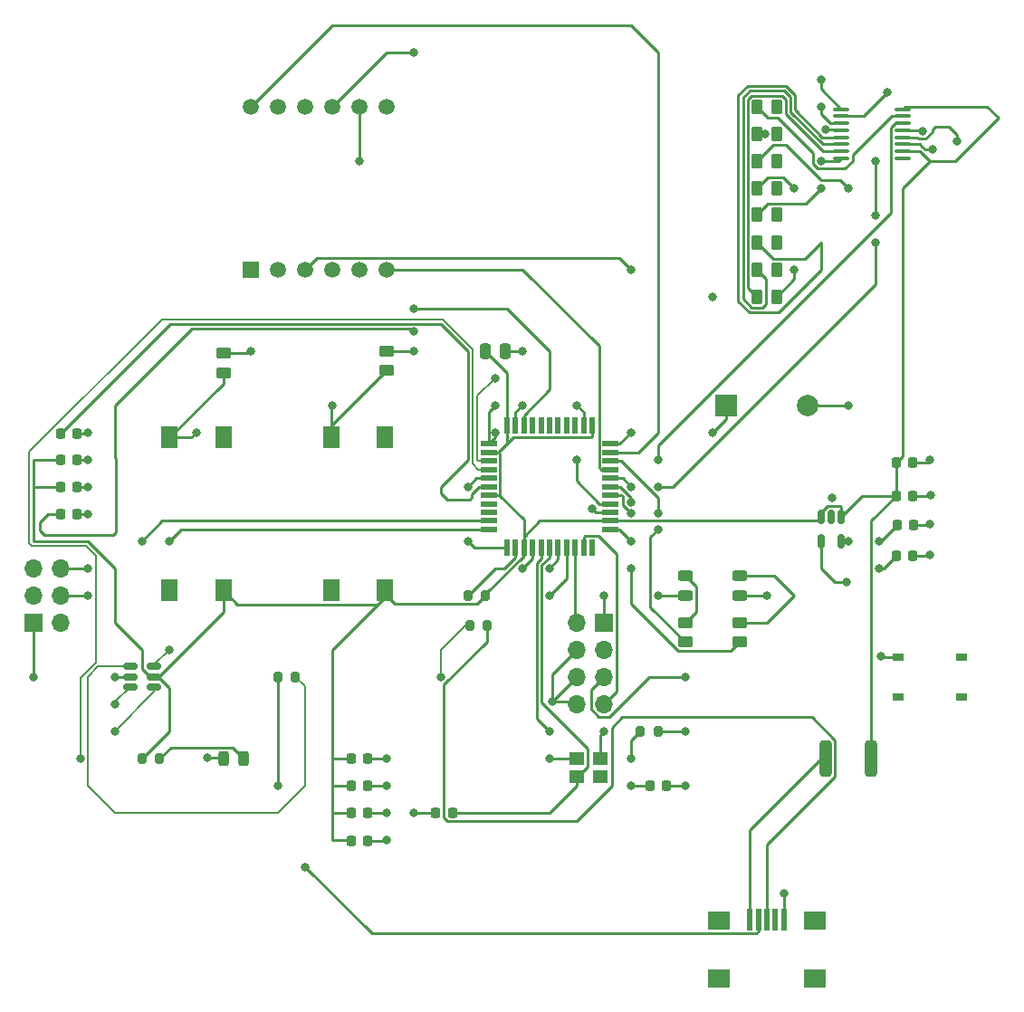
<source format=gbr>
%TF.GenerationSoftware,KiCad,Pcbnew,(7.0.0-0)*%
%TF.CreationDate,2023-05-29T15:25:59-06:00*%
%TF.ProjectId,Phase_B_ATMEGA_v3,50686173-655f-4425-9f41-544d4547415f,rev?*%
%TF.SameCoordinates,Original*%
%TF.FileFunction,Copper,L1,Top*%
%TF.FilePolarity,Positive*%
%FSLAX46Y46*%
G04 Gerber Fmt 4.6, Leading zero omitted, Abs format (unit mm)*
G04 Created by KiCad (PCBNEW (7.0.0-0)) date 2023-05-29 15:25:59*
%MOMM*%
%LPD*%
G01*
G04 APERTURE LIST*
G04 Aperture macros list*
%AMRoundRect*
0 Rectangle with rounded corners*
0 $1 Rounding radius*
0 $2 $3 $4 $5 $6 $7 $8 $9 X,Y pos of 4 corners*
0 Add a 4 corners polygon primitive as box body*
4,1,4,$2,$3,$4,$5,$6,$7,$8,$9,$2,$3,0*
0 Add four circle primitives for the rounded corners*
1,1,$1+$1,$2,$3*
1,1,$1+$1,$4,$5*
1,1,$1+$1,$6,$7*
1,1,$1+$1,$8,$9*
0 Add four rect primitives between the rounded corners*
20,1,$1+$1,$2,$3,$4,$5,0*
20,1,$1+$1,$4,$5,$6,$7,0*
20,1,$1+$1,$6,$7,$8,$9,0*
20,1,$1+$1,$8,$9,$2,$3,0*%
G04 Aperture macros list end*
%TA.AperFunction,SMDPad,CuDef*%
%ADD10RoundRect,0.250000X0.450000X-0.262500X0.450000X0.262500X-0.450000X0.262500X-0.450000X-0.262500X0*%
%TD*%
%TA.AperFunction,SMDPad,CuDef*%
%ADD11RoundRect,0.243750X-0.243750X-0.456250X0.243750X-0.456250X0.243750X0.456250X-0.243750X0.456250X0*%
%TD*%
%TA.AperFunction,SMDPad,CuDef*%
%ADD12RoundRect,0.225000X-0.225000X-0.250000X0.225000X-0.250000X0.225000X0.250000X-0.225000X0.250000X0*%
%TD*%
%TA.AperFunction,SMDPad,CuDef*%
%ADD13RoundRect,0.200000X0.200000X0.275000X-0.200000X0.275000X-0.200000X-0.275000X0.200000X-0.275000X0*%
%TD*%
%TA.AperFunction,SMDPad,CuDef*%
%ADD14RoundRect,0.250000X-0.312500X-1.450000X0.312500X-1.450000X0.312500X1.450000X-0.312500X1.450000X0*%
%TD*%
%TA.AperFunction,SMDPad,CuDef*%
%ADD15RoundRect,0.250000X-0.262500X-0.450000X0.262500X-0.450000X0.262500X0.450000X-0.262500X0.450000X0*%
%TD*%
%TA.AperFunction,SMDPad,CuDef*%
%ADD16RoundRect,0.200000X-0.200000X-0.275000X0.200000X-0.275000X0.200000X0.275000X-0.200000X0.275000X0*%
%TD*%
%TA.AperFunction,SMDPad,CuDef*%
%ADD17RoundRect,0.243750X0.456250X-0.243750X0.456250X0.243750X-0.456250X0.243750X-0.456250X-0.243750X0*%
%TD*%
%TA.AperFunction,SMDPad,CuDef*%
%ADD18R,1.400000X1.200000*%
%TD*%
%TA.AperFunction,SMDPad,CuDef*%
%ADD19R,1.500000X2.000000*%
%TD*%
%TA.AperFunction,SMDPad,CuDef*%
%ADD20R,0.500000X2.000000*%
%TD*%
%TA.AperFunction,SMDPad,CuDef*%
%ADD21R,2.000000X1.700000*%
%TD*%
%TA.AperFunction,ComponentPad*%
%ADD22R,2.000000X2.000000*%
%TD*%
%TA.AperFunction,ComponentPad*%
%ADD23C,2.000000*%
%TD*%
%TA.AperFunction,ComponentPad*%
%ADD24R,1.700000X1.700000*%
%TD*%
%TA.AperFunction,ComponentPad*%
%ADD25O,1.700000X1.700000*%
%TD*%
%TA.AperFunction,SMDPad,CuDef*%
%ADD26RoundRect,0.250000X-0.250000X-0.475000X0.250000X-0.475000X0.250000X0.475000X-0.250000X0.475000X0*%
%TD*%
%TA.AperFunction,SMDPad,CuDef*%
%ADD27RoundRect,0.150000X-0.150000X0.512500X-0.150000X-0.512500X0.150000X-0.512500X0.150000X0.512500X0*%
%TD*%
%TA.AperFunction,SMDPad,CuDef*%
%ADD28R,1.500000X0.550000*%
%TD*%
%TA.AperFunction,SMDPad,CuDef*%
%ADD29R,0.550000X1.500000*%
%TD*%
%TA.AperFunction,ComponentPad*%
%ADD30R,1.500000X1.500000*%
%TD*%
%TA.AperFunction,ComponentPad*%
%ADD31C,1.500000*%
%TD*%
%TA.AperFunction,SMDPad,CuDef*%
%ADD32R,1.000000X0.700000*%
%TD*%
%TA.AperFunction,SMDPad,CuDef*%
%ADD33RoundRect,0.100000X-0.637500X-0.100000X0.637500X-0.100000X0.637500X0.100000X-0.637500X0.100000X0*%
%TD*%
%TA.AperFunction,SMDPad,CuDef*%
%ADD34RoundRect,0.150000X-0.512500X-0.150000X0.512500X-0.150000X0.512500X0.150000X-0.512500X0.150000X0*%
%TD*%
%TA.AperFunction,ViaPad*%
%ADD35C,0.800000*%
%TD*%
%TA.AperFunction,Conductor*%
%ADD36C,0.250000*%
%TD*%
%TA.AperFunction,Conductor*%
%ADD37C,0.200000*%
%TD*%
G04 APERTURE END LIST*
D10*
%TO.P,R3,1*%
%TO.N,RED_LED*%
X78740000Y-72945000D03*
%TO.P,R3,2*%
%TO.N,Net-(D1-A)*%
X78740000Y-71120000D03*
%TD*%
D11*
%TO.P,D3,1,K*%
%TO.N,GND*%
X35560000Y-83820000D03*
%TO.P,D3,2,A*%
%TO.N,Net-(D3-A)*%
X37435000Y-83820000D03*
%TD*%
D12*
%TO.P,C4,1*%
%TO.N,+5V*%
X47485000Y-83820000D03*
%TO.P,C4,2*%
%TO.N,GND*%
X49035000Y-83820000D03*
%TD*%
D13*
%TO.P,R14,1*%
%TO.N,Net-(J2-D+)*%
X60209305Y-71365909D03*
%TO.P,R14,2*%
%TO.N,USB_CONN_D+*%
X58559305Y-71365909D03*
%TD*%
D14*
%TO.P,F1,1*%
%TO.N,Net-(J2-VBUS)*%
X91842500Y-83820000D03*
%TO.P,F1,2*%
%TO.N,+5V*%
X96117500Y-83820000D03*
%TD*%
D12*
%TO.P,C7,1*%
%TO.N,+5V*%
X47485000Y-91560000D03*
%TO.P,C7,2*%
%TO.N,GND*%
X49035000Y-91560000D03*
%TD*%
D15*
%TO.P,R10,1*%
%TO.N,f*%
X85427391Y-35561215D03*
%TO.P,R10,2*%
%TO.N,Net-(U1-f)*%
X87252391Y-35561215D03*
%TD*%
D10*
%TO.P,R2,1*%
%TO.N,Button_2*%
X50800000Y-47545000D03*
%TO.P,R2,2*%
%TO.N,GND*%
X50800000Y-45720000D03*
%TD*%
D12*
%TO.P,C10,1*%
%TO.N,+5V*%
X20320000Y-55940000D03*
%TO.P,C10,2*%
%TO.N,GND*%
X21870000Y-55940000D03*
%TD*%
D16*
%TO.P,R15,1*%
%TO.N,Net-(J2-D-)*%
X40640000Y-76200000D03*
%TO.P,R15,2*%
%TO.N,USB_CONN_D-*%
X42290000Y-76200000D03*
%TD*%
D10*
%TO.P,R4,1*%
%TO.N,GREEN_LED*%
X83820000Y-72945000D03*
%TO.P,R4,2*%
%TO.N,Net-(D2-A)*%
X83820000Y-71120000D03*
%TD*%
D12*
%TO.P,C1,1*%
%TO.N,+5V*%
X98460000Y-56145000D03*
%TO.P,C1,2*%
%TO.N,GND*%
X100010000Y-56145000D03*
%TD*%
%TO.P,C14,1*%
%TO.N,+3.3V*%
X98546503Y-62022295D03*
%TO.P,C14,2*%
%TO.N,GND*%
X100096503Y-62022295D03*
%TD*%
%TO.P,C13,1*%
%TO.N,+5V*%
X98463299Y-59276572D03*
%TO.P,C13,2*%
%TO.N,GND*%
X100013299Y-59276572D03*
%TD*%
D17*
%TO.P,D1,1,K*%
%TO.N,GND*%
X78740000Y-68580000D03*
%TO.P,D1,2,A*%
%TO.N,Net-(D1-A)*%
X78740000Y-66705000D03*
%TD*%
D18*
%TO.P,Y1,1,1*%
%TO.N,XTAL1*%
X68579999Y-85519999D03*
%TO.P,Y1,2,2*%
%TO.N,GND*%
X70779999Y-85519999D03*
%TO.P,Y1,3,3*%
%TO.N,XTAL2*%
X70779999Y-83819999D03*
%TO.P,Y1,4,4*%
%TO.N,GND*%
X68579999Y-83819999D03*
%TD*%
D19*
%TO.P,S2,A1,NO_1*%
%TO.N,unconnected-(S2-NO_1-PadA1)*%
X45619999Y-68109999D03*
%TO.P,S2,B1,NO_2*%
%TO.N,Button_2*%
X45619999Y-53809999D03*
%TO.P,S2,C1,COM_1*%
%TO.N,+5V*%
X50619999Y-68109999D03*
%TO.P,S2,D1,COM_2*%
%TO.N,unconnected-(S2-COM_2-PadD1)*%
X50619999Y-53809999D03*
%TD*%
D12*
%TO.P,C6,1*%
%TO.N,+5V*%
X47485000Y-88900000D03*
%TO.P,C6,2*%
%TO.N,GND*%
X49035000Y-88900000D03*
%TD*%
D16*
%TO.P,R17,1*%
%TO.N,+3.3V*%
X74550000Y-81280000D03*
%TO.P,R17,2*%
%TO.N,Net-(J3-Pin_5)*%
X76200000Y-81280000D03*
%TD*%
D19*
%TO.P,S1,A1,NO_1*%
%TO.N,unconnected-(S1-NO_1-PadA1)*%
X30519999Y-68109999D03*
%TO.P,S1,B1,NO_2*%
%TO.N,Button_1*%
X30519999Y-53809999D03*
%TO.P,S1,C1,COM_1*%
%TO.N,+5V*%
X35519999Y-68109999D03*
%TO.P,S1,D1,COM_2*%
%TO.N,unconnected-(S1-COM_2-PadD1)*%
X35519999Y-53809999D03*
%TD*%
D20*
%TO.P,J2,1,VBUS*%
%TO.N,Net-(J2-VBUS)*%
X84759999Y-98899999D03*
%TO.P,J2,2,D-*%
%TO.N,Net-(J2-D-)*%
X85559999Y-98899999D03*
%TO.P,J2,3,D+*%
%TO.N,Net-(J2-D+)*%
X86359999Y-98899999D03*
%TO.P,J2,4,ID*%
%TO.N,unconnected-(J2-ID-Pad4)*%
X87159999Y-98899999D03*
%TO.P,J2,5,GND*%
%TO.N,GND*%
X87959999Y-98899999D03*
D21*
%TO.P,J2,6,Shield*%
%TO.N,unconnected-(J2-Shield-Pad6)*%
X81909999Y-98999999D03*
X81909999Y-104449999D03*
X90809999Y-98999999D03*
X90809999Y-104449999D03*
%TD*%
D12*
%TO.P,C3,1*%
%TO.N,XTAL2*%
X75425000Y-86360000D03*
%TO.P,C3,2*%
%TO.N,GND*%
X76975000Y-86360000D03*
%TD*%
D15*
%TO.P,R8,1*%
%TO.N,d*%
X85447500Y-30480000D03*
%TO.P,R8,2*%
%TO.N,Net-(U1-d)*%
X87272500Y-30480000D03*
%TD*%
D16*
%TO.P,R16,1*%
%TO.N,+5V*%
X27940000Y-83820000D03*
%TO.P,R16,2*%
%TO.N,Net-(D3-A)*%
X29590000Y-83820000D03*
%TD*%
D22*
%TO.P,LS1,1,1*%
%TO.N,Buzzer*%
X82559999Y-50799999D03*
D23*
%TO.P,LS1,2,2*%
%TO.N,GND*%
X90160000Y-50800000D03*
%TD*%
D15*
%TO.P,R11,1*%
%TO.N,g*%
X85427391Y-38101215D03*
%TO.P,R11,2*%
%TO.N,Net-(U1-g)*%
X87252391Y-38101215D03*
%TD*%
D24*
%TO.P,J3,1,Pin_1*%
%TO.N,GND*%
X71119999Y-71119999D03*
D25*
%TO.P,J3,2,Pin_2*%
%TO.N,TX*%
X68579999Y-71119999D03*
%TO.P,J3,3,Pin_3*%
%TO.N,unconnected-(J3-Pin_3-Pad3)*%
X71119999Y-73659999D03*
%TO.P,J3,4,Pin_4*%
%TO.N,+3.3V*%
X68579999Y-73659999D03*
%TO.P,J3,5,Pin_5*%
%TO.N,Net-(J3-Pin_5)*%
X71119999Y-76199999D03*
%TO.P,J3,6,Pin_6*%
%TO.N,+3.3V*%
X68579999Y-76199999D03*
%TO.P,J3,7,Pin_7*%
%TO.N,RX*%
X71119999Y-78739999D03*
%TO.P,J3,8,Pin_8*%
%TO.N,+3.3V*%
X68579999Y-78739999D03*
%TD*%
D13*
%TO.P,R13,1*%
%TO.N,+5V*%
X60070000Y-68580000D03*
%TO.P,R13,2*%
%TO.N,RST*%
X58420000Y-68580000D03*
%TD*%
D26*
%TO.P,C8,1*%
%TO.N,+5V*%
X60010000Y-45720000D03*
%TO.P,C8,2*%
%TO.N,GND*%
X61910000Y-45720000D03*
%TD*%
D24*
%TO.P,J1,1,MISO*%
%TO.N,MISO*%
X17779999Y-71119999D03*
D25*
%TO.P,J1,2,VCC*%
%TO.N,+5V*%
X20319999Y-71119999D03*
%TO.P,J1,3,SCK*%
%TO.N,SCK*%
X17779999Y-68579999D03*
%TO.P,J1,4,MOSI*%
%TO.N,MOSI*%
X20319999Y-68579999D03*
%TO.P,J1,5,~{RST}*%
%TO.N,RST*%
X17779999Y-66039999D03*
%TO.P,J1,6,GND*%
%TO.N,GND*%
X20319999Y-66039999D03*
%TD*%
D12*
%TO.P,C5,1*%
%TO.N,+5V*%
X47485000Y-86360000D03*
%TO.P,C5,2*%
%TO.N,GND*%
X49035000Y-86360000D03*
%TD*%
D15*
%TO.P,R5,1*%
%TO.N,a*%
X85447500Y-22860000D03*
%TO.P,R5,2*%
%TO.N,Net-(U1-a)*%
X87272500Y-22860000D03*
%TD*%
D17*
%TO.P,D2,1,K*%
%TO.N,GND*%
X83820000Y-68580000D03*
%TO.P,D2,2,A*%
%TO.N,Net-(D2-A)*%
X83820000Y-66705000D03*
%TD*%
D27*
%TO.P,U5,1,VIN*%
%TO.N,+5V*%
X93340000Y-61225000D03*
%TO.P,U5,2,GND*%
%TO.N,GND*%
X92390000Y-61225000D03*
%TO.P,U5,3,ON/~{OFF}*%
%TO.N,+5V*%
X91440000Y-61225000D03*
%TO.P,U5,4,BP*%
%TO.N,Net-(U5-BP)*%
X91440000Y-63500000D03*
%TO.P,U5,5,VOUT*%
%TO.N,+3.3V*%
X93340000Y-63500000D03*
%TD*%
D15*
%TO.P,R6,1*%
%TO.N,b*%
X85447500Y-25400000D03*
%TO.P,R6,2*%
%TO.N,Net-(U1-b)*%
X87272500Y-25400000D03*
%TD*%
D28*
%TO.P,U3,1,PE6*%
%TO.N,SH_CP*%
X60339999Y-54419999D03*
%TO.P,U3,2,UVCC*%
%TO.N,+5V*%
X60339999Y-55219999D03*
%TO.P,U3,3,D-*%
%TO.N,USB_D-*%
X60339999Y-56019999D03*
%TO.P,U3,4,D+*%
%TO.N,USB_D+*%
X60339999Y-56819999D03*
%TO.P,U3,5,UGND*%
%TO.N,GND*%
X60339999Y-57619999D03*
%TO.P,U3,6,UCAP*%
%TO.N,/UCAP*%
X60339999Y-58419999D03*
%TO.P,U3,7,VBUS*%
%TO.N,+5V*%
X60339999Y-59219999D03*
%TO.P,U3,8,PB0*%
%TO.N,unconnected-(U3-PB0-Pad8)*%
X60339999Y-60019999D03*
%TO.P,U3,9,PB1*%
%TO.N,SCK*%
X60339999Y-60819999D03*
%TO.P,U3,10,PB2*%
%TO.N,MOSI*%
X60339999Y-61619999D03*
%TO.P,U3,11,PB3*%
%TO.N,MISO*%
X60339999Y-62419999D03*
D29*
%TO.P,U3,12,PB7*%
%TO.N,Dig3*%
X62039999Y-64119999D03*
%TO.P,U3,13,~{RESET}*%
%TO.N,RST*%
X62839999Y-64119999D03*
%TO.P,U3,14,VCC*%
%TO.N,+5V*%
X63639999Y-64119999D03*
%TO.P,U3,15,GND*%
%TO.N,GND*%
X64439999Y-64119999D03*
%TO.P,U3,16,XTAL2*%
%TO.N,XTAL2*%
X65239999Y-64119999D03*
%TO.P,U3,17,XTAL1*%
%TO.N,XTAL1*%
X66039999Y-64119999D03*
%TO.P,U3,18,PD0*%
%TO.N,Button_2*%
X66839999Y-64119999D03*
%TO.P,U3,19,PD1*%
%TO.N,Button_1*%
X67639999Y-64119999D03*
%TO.P,U3,20,PD2*%
%TO.N,TX*%
X68439999Y-64119999D03*
%TO.P,U3,21,PD3*%
%TO.N,RX*%
X69239999Y-64119999D03*
%TO.P,U3,22,PD5*%
%TO.N,unconnected-(U3-PD5-Pad22)*%
X70039999Y-64119999D03*
D28*
%TO.P,U3,23,GND*%
%TO.N,GND*%
X71739999Y-62419999D03*
%TO.P,U3,24,AVCC*%
%TO.N,+5V*%
X71739999Y-61619999D03*
%TO.P,U3,25,PD4*%
%TO.N,GREEN_LED*%
X71739999Y-60819999D03*
%TO.P,U3,26,PD6*%
%TO.N,Dig2*%
X71739999Y-60019999D03*
%TO.P,U3,27,PD7*%
%TO.N,Buzzer*%
X71739999Y-59219999D03*
%TO.P,U3,28,PB4*%
%TO.N,ST_CP*%
X71739999Y-58419999D03*
%TO.P,U3,29,PB5*%
%TO.N,DS*%
X71739999Y-57619999D03*
%TO.P,U3,30,PB6*%
%TO.N,Dig4*%
X71739999Y-56819999D03*
%TO.P,U3,31,PC6*%
%TO.N,RED_LED*%
X71739999Y-56019999D03*
%TO.P,U3,32,PC7*%
%TO.N,Dig1*%
X71739999Y-55219999D03*
%TO.P,U3,33,~{HWB}/PE2*%
%TO.N,GND*%
X71739999Y-54419999D03*
D29*
%TO.P,U3,34,VCC*%
%TO.N,+5V*%
X70039999Y-52719999D03*
%TO.P,U3,35,GND*%
%TO.N,GND*%
X69239999Y-52719999D03*
%TO.P,U3,36,PF7*%
%TO.N,unconnected-(U3-PF7-Pad36)*%
X68439999Y-52719999D03*
%TO.P,U3,37,PF6*%
%TO.N,unconnected-(U3-PF6-Pad37)*%
X67639999Y-52719999D03*
%TO.P,U3,38,PF5*%
%TO.N,unconnected-(U3-PF5-Pad38)*%
X66839999Y-52719999D03*
%TO.P,U3,39,PF4*%
%TO.N,unconnected-(U3-PF4-Pad39)*%
X66039999Y-52719999D03*
%TO.P,U3,40,PF1*%
%TO.N,unconnected-(U3-PF1-Pad40)*%
X65239999Y-52719999D03*
%TO.P,U3,41,PF0*%
%TO.N,unconnected-(U3-PF0-Pad41)*%
X64439999Y-52719999D03*
%TO.P,U3,42,AREF*%
%TO.N,/AREF*%
X63639999Y-52719999D03*
%TO.P,U3,43,GND*%
%TO.N,GND*%
X62839999Y-52719999D03*
%TO.P,U3,44,AVCC*%
%TO.N,+5V*%
X62039999Y-52719999D03*
%TD*%
D30*
%TO.P,U1,1,e*%
%TO.N,Net-(U1-e)*%
X38099999Y-38099999D03*
D31*
%TO.P,U1,2,d*%
%TO.N,Net-(U1-d)*%
X40640000Y-38100000D03*
%TO.P,U1,3,DPX*%
%TO.N,Net-(U1-DPX)*%
X43180000Y-38100000D03*
%TO.P,U1,4,c*%
%TO.N,Net-(U1-c)*%
X45720000Y-38100000D03*
%TO.P,U1,5,g*%
%TO.N,Net-(U1-g)*%
X48260000Y-38100000D03*
%TO.P,U1,6,CA4*%
%TO.N,Dig4*%
X50800000Y-38100000D03*
%TO.P,U1,7,b*%
%TO.N,Net-(U1-b)*%
X50800000Y-22860000D03*
%TO.P,U1,8,CA3*%
%TO.N,Dig3*%
X48260000Y-22860000D03*
%TO.P,U1,9,CA2*%
%TO.N,Dig2*%
X45720000Y-22860000D03*
%TO.P,U1,10,f*%
%TO.N,Net-(U1-f)*%
X43180000Y-22860000D03*
%TO.P,U1,11,a*%
%TO.N,Net-(U1-a)*%
X40640000Y-22860000D03*
%TO.P,U1,12,CA1*%
%TO.N,Dig1*%
X38100000Y-22860000D03*
%TD*%
D32*
%TO.P,S3,1*%
%TO.N,GND*%
X98599999Y-74349999D03*
%TO.P,S3,2*%
%TO.N,N/C*%
X104599999Y-74349999D03*
%TO.P,S3,3*%
%TO.N,RST*%
X98599999Y-78049999D03*
%TO.P,S3,4*%
%TO.N,N/C*%
X104599999Y-78049999D03*
%TD*%
D12*
%TO.P,C15,1*%
%TO.N,Net-(U5-BP)*%
X98463299Y-64851221D03*
%TO.P,C15,2*%
%TO.N,GND*%
X100013299Y-64851221D03*
%TD*%
D10*
%TO.P,R1,1*%
%TO.N,Button_1*%
X35560000Y-47767500D03*
%TO.P,R1,2*%
%TO.N,GND*%
X35560000Y-45942500D03*
%TD*%
D12*
%TO.P,C9,1*%
%TO.N,/UCAP*%
X20320000Y-53430000D03*
%TO.P,C9,2*%
%TO.N,GND*%
X21870000Y-53430000D03*
%TD*%
%TO.P,C11,1*%
%TO.N,+5V*%
X20320000Y-58450000D03*
%TO.P,C11,2*%
%TO.N,GND*%
X21870000Y-58450000D03*
%TD*%
D33*
%TO.P,U2,1,QB*%
%TO.N,b*%
X93335000Y-23125000D03*
%TO.P,U2,2,QC*%
%TO.N,c*%
X93335000Y-23775000D03*
%TO.P,U2,3,QD*%
%TO.N,d*%
X93335000Y-24425000D03*
%TO.P,U2,4,QE*%
%TO.N,e*%
X93335000Y-25075000D03*
%TO.P,U2,5,QF*%
%TO.N,f*%
X93335000Y-25725000D03*
%TO.P,U2,6,QG*%
%TO.N,g*%
X93335000Y-26375000D03*
%TO.P,U2,7,QH*%
%TO.N,dp*%
X93335000Y-27025000D03*
%TO.P,U2,8,GND*%
%TO.N,GND*%
X93335000Y-27675000D03*
%TO.P,U2,9,QH'*%
%TO.N,unconnected-(U2-QH'-Pad9)*%
X99060000Y-27675000D03*
%TO.P,U2,10,~{SRCLR}*%
%TO.N,+5V*%
X99060000Y-27025000D03*
%TO.P,U2,11,SRCLK*%
%TO.N,SH_CP*%
X99060000Y-26375000D03*
%TO.P,U2,12,RCLK*%
%TO.N,ST_CP*%
X99060000Y-25725000D03*
%TO.P,U2,13,~{OE}*%
%TO.N,GND*%
X99060000Y-25075000D03*
%TO.P,U2,14,SER*%
%TO.N,DS*%
X99060000Y-24425000D03*
%TO.P,U2,15,QA*%
%TO.N,a*%
X99060000Y-23775000D03*
%TO.P,U2,16,VCC*%
%TO.N,+5V*%
X99060000Y-23125000D03*
%TD*%
D15*
%TO.P,R9,1*%
%TO.N,e*%
X85457882Y-32978447D03*
%TO.P,R9,2*%
%TO.N,Net-(U1-e)*%
X87282882Y-32978447D03*
%TD*%
D34*
%TO.P,U4,1,I/O1*%
%TO.N,USB_CONN_D-*%
X26802500Y-75250000D03*
%TO.P,U4,2,GND*%
%TO.N,GND*%
X26802500Y-76200000D03*
%TO.P,U4,3,I/O2*%
%TO.N,USB_CONN_D+*%
X26802500Y-77150000D03*
%TO.P,U4,4,I/O2*%
%TO.N,USB_D+*%
X29077500Y-77150000D03*
%TO.P,U4,5,VBUS*%
%TO.N,+5V*%
X29077500Y-76200000D03*
%TO.P,U4,6,I/O1*%
%TO.N,USB_D-*%
X29077500Y-75250000D03*
%TD*%
D15*
%TO.P,R7,1*%
%TO.N,c*%
X85447500Y-27940000D03*
%TO.P,R7,2*%
%TO.N,Net-(U1-c)*%
X87272500Y-27940000D03*
%TD*%
D12*
%TO.P,C12,1*%
%TO.N,/AREF*%
X20320000Y-60960000D03*
%TO.P,C12,2*%
%TO.N,GND*%
X21870000Y-60960000D03*
%TD*%
D15*
%TO.P,R12,1*%
%TO.N,dp*%
X85427391Y-40641215D03*
%TO.P,R12,2*%
%TO.N,Net-(U1-DPX)*%
X87252391Y-40641215D03*
%TD*%
D12*
%TO.P,C2,1*%
%TO.N,GND*%
X55400000Y-88900000D03*
%TO.P,C2,2*%
%TO.N,XTAL1*%
X56950000Y-88900000D03*
%TD*%
D35*
%TO.N,GND*%
X63500000Y-66040000D03*
X101601747Y-64820297D03*
X73660000Y-53340000D03*
X66040000Y-83820000D03*
X53340000Y-45720000D03*
X76200000Y-68580000D03*
X71120000Y-68580000D03*
X22860000Y-55880000D03*
X38100000Y-45720000D03*
X100881916Y-25144730D03*
X91440000Y-27940000D03*
X53340000Y-88900000D03*
X25400000Y-76200000D03*
X78740000Y-86360000D03*
X63500000Y-50800000D03*
X96998413Y-74285669D03*
X101718936Y-59233372D03*
X50800000Y-91440000D03*
X73660000Y-63500000D03*
X101600000Y-55880000D03*
X101619712Y-61912417D03*
X87936420Y-96489278D03*
X58420000Y-58420000D03*
X50800000Y-88900000D03*
X68580000Y-50800000D03*
X63500000Y-45720000D03*
X93980000Y-50800000D03*
X34030074Y-83799650D03*
X22860000Y-66040000D03*
X92439764Y-59441806D03*
X50800000Y-83820000D03*
X86360000Y-68580000D03*
X22860000Y-58420000D03*
X50800000Y-86360000D03*
X22860000Y-60960000D03*
X22860000Y-53340000D03*
%TO.N,XTAL2*%
X73660000Y-86360000D03*
X71120000Y-81280000D03*
X66040000Y-81280000D03*
%TO.N,/AREF*%
X53340000Y-41734589D03*
X53340000Y-43904500D03*
%TO.N,+3.3V*%
X93980000Y-63500000D03*
X66257299Y-78522701D03*
X73660000Y-83820000D03*
X96842000Y-63500000D03*
%TO.N,Net-(U5-BP)*%
X96842000Y-66040000D03*
X93787401Y-67340100D03*
%TO.N,MISO*%
X30480000Y-63500000D03*
X17780000Y-76200000D03*
%TO.N,MOSI*%
X27940000Y-63500000D03*
X22860000Y-68580000D03*
%TO.N,Net-(J2-D-)*%
X40640000Y-86360000D03*
X43180000Y-93980000D03*
%TO.N,Net-(J3-Pin_5)*%
X78740000Y-81280000D03*
X78740000Y-76200000D03*
%TO.N,Buzzer*%
X73660000Y-60895500D03*
X81280000Y-53340000D03*
%TO.N,Button_1*%
X33020000Y-53340000D03*
X66040000Y-68580000D03*
%TO.N,Button_2*%
X66040000Y-66040000D03*
X45720000Y-50800000D03*
%TO.N,RED_LED*%
X76200000Y-60895500D03*
X76162865Y-62445373D03*
%TO.N,GREEN_LED*%
X73660000Y-66040000D03*
X70008280Y-60506253D03*
%TO.N,b*%
X91440000Y-20320000D03*
X86160500Y-25400000D03*
%TO.N,c*%
X97655932Y-21521407D03*
X93980000Y-30480000D03*
%TO.N,d*%
X91440000Y-22860000D03*
X88900000Y-30480000D03*
%TO.N,e*%
X91849611Y-24990393D03*
X91440000Y-30480000D03*
%TO.N,Net-(U1-DPX)*%
X73660000Y-38100000D03*
X81280000Y-40640000D03*
X88900000Y-38100000D03*
%TO.N,USB_CONN_D+*%
X25400000Y-78740000D03*
X55880000Y-76200000D03*
%TO.N,Dig3*%
X48260000Y-27940000D03*
X58420000Y-63500000D03*
%TO.N,Dig2*%
X68580000Y-55880000D03*
X53340000Y-17780000D03*
%TO.N,SH_CP*%
X101890569Y-26868732D03*
X60960000Y-50800000D03*
X60960000Y-53340000D03*
%TO.N,ST_CP*%
X104140000Y-26144232D03*
X96520000Y-35560000D03*
X96520000Y-27940000D03*
X76200000Y-58420000D03*
X96520000Y-33020000D03*
X73659999Y-59860807D03*
%TO.N,DS*%
X76200000Y-55880000D03*
X73660000Y-58420000D03*
%TO.N,USB_D-*%
X30480000Y-73660000D03*
X60960000Y-48260000D03*
%TO.N,USB_D+*%
X22160500Y-83820000D03*
X25400000Y-81280000D03*
%TD*%
D36*
%TO.N,+5V*%
X98460000Y-59273273D02*
X98460000Y-56145000D01*
X27940000Y-75446751D02*
X27940000Y-73660000D01*
X98463299Y-59276572D02*
X98460000Y-59273273D01*
X51600000Y-69380000D02*
X50800000Y-68580000D01*
X63640000Y-64120000D02*
X63640000Y-63120000D01*
X99060000Y-55545000D02*
X99060000Y-30480000D01*
X92043249Y-60237500D02*
X93257500Y-60237500D01*
X45720000Y-83820000D02*
X45720000Y-86360000D01*
X61340000Y-59220000D02*
X63640000Y-61520000D01*
X17780000Y-58420000D02*
X17780000Y-55880000D01*
X62040000Y-47750000D02*
X60010000Y-45720000D01*
X101600000Y-22860000D02*
X99325000Y-22860000D01*
X101606916Y-22866916D02*
X101613832Y-22860000D01*
X100685000Y-27025000D02*
X101600000Y-27940000D01*
X17780000Y-63500000D02*
X17780000Y-58420000D01*
X99325000Y-22860000D02*
X99060000Y-23125000D01*
X71740000Y-61620000D02*
X70740000Y-61620000D01*
X35520000Y-70141751D02*
X29461751Y-76200000D01*
X106975157Y-22860000D02*
X108031745Y-23916588D01*
X91045000Y-61620000D02*
X91440000Y-61225000D01*
X91440000Y-61225000D02*
X91440000Y-60840749D01*
X45720000Y-73660000D02*
X45720000Y-83820000D01*
X60070000Y-68580000D02*
X59270000Y-69380000D01*
X106680000Y-22860000D02*
X106975157Y-22860000D01*
X50800000Y-68580000D02*
X49945000Y-69435000D01*
X47365000Y-91440000D02*
X47485000Y-91560000D01*
X61415000Y-55295000D02*
X61415000Y-59145000D01*
X93340000Y-61225000D02*
X95288428Y-59276572D01*
X22860000Y-63500000D02*
X17780000Y-63500000D01*
X65140000Y-61620000D02*
X71740000Y-61620000D01*
X61415000Y-59145000D02*
X61340000Y-59220000D01*
X93257500Y-60237500D02*
X93340000Y-60320000D01*
X96117500Y-61622371D02*
X96117500Y-83820000D01*
X63640000Y-61520000D02*
X63640000Y-64120000D01*
X60340000Y-59220000D02*
X61340000Y-59220000D01*
X45720000Y-86360000D02*
X47485000Y-86360000D01*
X59270000Y-69380000D02*
X51600000Y-69380000D01*
X63640000Y-64120000D02*
X63640000Y-64874695D01*
X25400000Y-71120000D02*
X25400000Y-66040000D01*
X49945000Y-69435000D02*
X36845000Y-69435000D01*
X45720000Y-83820000D02*
X47485000Y-83820000D01*
X29461751Y-76200000D02*
X30480000Y-77218249D01*
X91440000Y-60840749D02*
X92043249Y-60237500D01*
X71740000Y-61620000D02*
X91045000Y-61620000D01*
X99060000Y-30480000D02*
X101606916Y-27933084D01*
X69965000Y-53795000D02*
X62640000Y-53795000D01*
X29077500Y-76200000D02*
X29461751Y-76200000D01*
X101613832Y-22860000D02*
X106680000Y-22860000D01*
X60070000Y-68444695D02*
X60070000Y-68580000D01*
X63640000Y-63120000D02*
X65140000Y-61620000D01*
X62040000Y-52720000D02*
X62040000Y-54395000D01*
X17780000Y-55880000D02*
X20260000Y-55880000D01*
X61340000Y-55220000D02*
X61415000Y-55295000D01*
X45720000Y-88900000D02*
X47485000Y-88900000D01*
X27940000Y-73660000D02*
X25400000Y-71120000D01*
X50620000Y-68110000D02*
X50620000Y-68760000D01*
X35520000Y-68110000D02*
X35520000Y-70141751D01*
X61215000Y-55220000D02*
X60340000Y-55220000D01*
X98460000Y-56145000D02*
X99060000Y-55545000D01*
X93340000Y-60320000D02*
X93340000Y-61225000D01*
X60340000Y-55220000D02*
X61340000Y-55220000D01*
X62040000Y-54395000D02*
X61215000Y-55220000D01*
X50620000Y-68760000D02*
X45720000Y-73660000D01*
X25400000Y-66040000D02*
X22860000Y-63500000D01*
X104008333Y-27940000D02*
X101600000Y-27940000D01*
X62640000Y-53795000D02*
X62040000Y-54395000D01*
X36845000Y-69435000D02*
X35520000Y-68110000D01*
X29077500Y-76200000D02*
X28693249Y-76200000D01*
X30480000Y-81280000D02*
X27940000Y-83820000D01*
X63640000Y-64874695D02*
X60070000Y-68444695D01*
X62040000Y-52720000D02*
X62040000Y-53720000D01*
X62040000Y-53720000D02*
X62115000Y-53795000D01*
X20290000Y-58420000D02*
X20320000Y-58450000D01*
X62040000Y-52720000D02*
X62040000Y-47750000D01*
X45720000Y-91440000D02*
X47365000Y-91440000D01*
X70040000Y-53720000D02*
X70040000Y-52720000D01*
X108031745Y-23916588D02*
X104008333Y-27940000D01*
X45720000Y-86360000D02*
X45720000Y-88900000D01*
X45720000Y-88900000D02*
X45720000Y-91440000D01*
X20260000Y-55880000D02*
X20320000Y-55940000D01*
X28693249Y-76200000D02*
X27940000Y-75446751D01*
X98463299Y-59276572D02*
X96117500Y-61622371D01*
X101606916Y-22866916D02*
X101600000Y-22860000D01*
X30480000Y-77218249D02*
X30480000Y-81280000D01*
X17780000Y-58420000D02*
X20290000Y-58420000D01*
X95288428Y-59276572D02*
X98463299Y-59276572D01*
X69965000Y-53795000D02*
X70040000Y-53720000D01*
X99060000Y-27025000D02*
X100685000Y-27025000D01*
%TO.N,GND*%
X20320000Y-66040000D02*
X22860000Y-66040000D01*
X83820000Y-68580000D02*
X86360000Y-68580000D01*
X93070000Y-27940000D02*
X93335000Y-27675000D01*
X71120000Y-71120000D02*
X71120000Y-68580000D01*
X62840000Y-52720000D02*
X62840000Y-51460000D01*
X21870000Y-60960000D02*
X22860000Y-60960000D01*
X76975000Y-86360000D02*
X78740000Y-86360000D01*
X76200000Y-68580000D02*
X78740000Y-68580000D01*
X22800000Y-55940000D02*
X22860000Y-55880000D01*
X101675736Y-59276572D02*
X101718936Y-59233372D01*
X97062744Y-74350000D02*
X96998413Y-74285669D01*
X49035000Y-88900000D02*
X50800000Y-88900000D01*
X90160000Y-50800000D02*
X93980000Y-50800000D01*
X60340000Y-57620000D02*
X59220000Y-57620000D01*
X22830000Y-58450000D02*
X22860000Y-58420000D01*
X101570823Y-64851221D02*
X101601747Y-64820297D01*
X53340000Y-88900000D02*
X55400000Y-88900000D01*
X69240000Y-52720000D02*
X69240000Y-51460000D01*
X61910000Y-45720000D02*
X63500000Y-45720000D01*
X64440000Y-65100000D02*
X63500000Y-66040000D01*
X99060000Y-25075000D02*
X100812186Y-25075000D01*
X100096503Y-62022295D02*
X101509834Y-62022295D01*
X21870000Y-58450000D02*
X22830000Y-58450000D01*
X49035000Y-91560000D02*
X50680000Y-91560000D01*
X34030074Y-83799650D02*
X35539650Y-83799650D01*
X72580000Y-62420000D02*
X73660000Y-63500000D01*
X62840000Y-51460000D02*
X63500000Y-50800000D01*
X100010000Y-56145000D02*
X101335000Y-56145000D01*
X98600000Y-74350000D02*
X97062744Y-74350000D01*
X25400000Y-76200000D02*
X26802500Y-76200000D01*
X22770000Y-53430000D02*
X22860000Y-53340000D01*
X21870000Y-55940000D02*
X22800000Y-55940000D01*
X35560000Y-45942500D02*
X37877500Y-45942500D01*
X69240000Y-51460000D02*
X68580000Y-50800000D01*
X87960000Y-96512858D02*
X87936420Y-96489278D01*
X35539650Y-83799650D02*
X35560000Y-83820000D01*
X87960000Y-98900000D02*
X87960000Y-96512858D01*
X100812186Y-25075000D02*
X100881916Y-25144730D01*
X71740000Y-54420000D02*
X72580000Y-54420000D01*
X71740000Y-62420000D02*
X72580000Y-62420000D01*
X100013299Y-59276572D02*
X101675736Y-59276572D01*
X49035000Y-86360000D02*
X50800000Y-86360000D01*
X50680000Y-91560000D02*
X50800000Y-91440000D01*
X37877500Y-45942500D02*
X38100000Y-45720000D01*
X50800000Y-45720000D02*
X53340000Y-45720000D01*
X59220000Y-57620000D02*
X58420000Y-58420000D01*
X66040000Y-83820000D02*
X68580000Y-83820000D01*
X21870000Y-53430000D02*
X22770000Y-53430000D01*
X91440000Y-27940000D02*
X93070000Y-27940000D01*
X64440000Y-64120000D02*
X64440000Y-65100000D01*
X101335000Y-56145000D02*
X101600000Y-55880000D01*
X101509834Y-62022295D02*
X101619712Y-61912417D01*
X72580000Y-54420000D02*
X73660000Y-53340000D01*
X49035000Y-83820000D02*
X50800000Y-83820000D01*
X100013299Y-64851221D02*
X101570823Y-64851221D01*
%TO.N,XTAL1*%
X56950000Y-88900000D02*
X66040000Y-88900000D01*
X66040000Y-88900000D02*
X68580000Y-86360000D01*
X68580000Y-86360000D02*
X68580000Y-85520000D01*
X66040000Y-64120000D02*
X66040000Y-65014695D01*
X65315000Y-78605000D02*
X69605000Y-82895000D01*
X68680000Y-85520000D02*
X68580000Y-85520000D01*
X65315000Y-65739695D02*
X65315000Y-78605000D01*
X69605000Y-82895000D02*
X69605000Y-84595000D01*
X66040000Y-65014695D02*
X65315000Y-65739695D01*
X69605000Y-84595000D02*
X68680000Y-85520000D01*
%TO.N,XTAL2*%
X71120000Y-81280000D02*
X70780000Y-81620000D01*
X64865000Y-80105000D02*
X66040000Y-81280000D01*
X65240000Y-64120000D02*
X65240000Y-65178299D01*
X65240000Y-65178299D02*
X64865000Y-65553299D01*
X70780000Y-81620000D02*
X70780000Y-83820000D01*
X64865000Y-65553299D02*
X64865000Y-80105000D01*
X75425000Y-86360000D02*
X73660000Y-86360000D01*
%TO.N,/UCAP*%
X59465000Y-58420000D02*
X60340000Y-58420000D01*
X56432117Y-59599523D02*
X58565298Y-59599523D01*
X55880000Y-43180000D02*
X58420000Y-45720000D01*
X58420000Y-45720000D02*
X58420000Y-55880000D01*
X55880000Y-59047406D02*
X56432117Y-59599523D01*
X30570000Y-43180000D02*
X55880000Y-43180000D01*
X20320000Y-53430000D02*
X30570000Y-43180000D01*
X58766068Y-59118932D02*
X59465000Y-58420000D01*
X58420000Y-55880000D02*
X55880000Y-58420000D01*
X58565298Y-59599523D02*
X58766068Y-59398753D01*
X55880000Y-58420000D02*
X55880000Y-59047406D01*
X58766068Y-59398753D02*
X58766068Y-59118932D01*
%TO.N,/AREF*%
X18373714Y-62524478D02*
X18774146Y-62924910D01*
X19025075Y-61100190D02*
X18494775Y-61630490D01*
X18373714Y-61751551D02*
X18373714Y-62524478D01*
X19025075Y-61057430D02*
X19025075Y-61100190D01*
X18774146Y-62924910D02*
X20087190Y-62924910D01*
X25400000Y-50800000D02*
X32570000Y-43630000D01*
X19122505Y-60960000D02*
X19025075Y-61057430D01*
X63640000Y-51720000D02*
X63640000Y-52720000D01*
X25497678Y-62654851D02*
X25497678Y-55782322D01*
X25400000Y-55684644D02*
X25400000Y-50800000D01*
X18494775Y-61630490D02*
X18373714Y-61751551D01*
X66040000Y-49320000D02*
X63640000Y-51720000D01*
X20320000Y-60960000D02*
X19122505Y-60960000D01*
X62054589Y-41734589D02*
X66040000Y-45720000D01*
X66040000Y-45720000D02*
X66040000Y-49320000D01*
X53065500Y-43630000D02*
X53340000Y-43904500D01*
X20087190Y-62924910D02*
X25227619Y-62924910D01*
X25227619Y-62924910D02*
X25497678Y-62654851D01*
X25497678Y-55782322D02*
X25400000Y-55684644D01*
X53340000Y-41734589D02*
X62054589Y-41734589D01*
X40640000Y-43630000D02*
X53065500Y-43630000D01*
X32570000Y-43630000D02*
X40640000Y-43630000D01*
%TO.N,+3.3V*%
X93340000Y-63500000D02*
X93980000Y-63500000D01*
X66257299Y-78522701D02*
X68362701Y-78522701D01*
X66257299Y-75982701D02*
X68580000Y-73660000D01*
X96842000Y-63500000D02*
X97068798Y-63500000D01*
X97068798Y-63500000D02*
X98546503Y-62022295D01*
X68362701Y-78522701D02*
X68580000Y-78740000D01*
X73660000Y-82170000D02*
X73660000Y-83820000D01*
X66257299Y-78522701D02*
X68580000Y-76200000D01*
X66257299Y-78522701D02*
X66257299Y-75982701D01*
X74550000Y-81280000D02*
X73660000Y-82170000D01*
%TO.N,Net-(U5-BP)*%
X92740100Y-67340100D02*
X93787401Y-67340100D01*
X96842000Y-66040000D02*
X96567500Y-66040000D01*
X96842000Y-66040000D02*
X97274520Y-66040000D01*
X91440000Y-63500000D02*
X91440000Y-66040000D01*
X97274520Y-66040000D02*
X98463299Y-64851221D01*
X91440000Y-66040000D02*
X92740100Y-67340100D01*
%TO.N,Net-(D1-A)*%
X79765000Y-67730000D02*
X79765000Y-70095000D01*
X79765000Y-70095000D02*
X78740000Y-71120000D01*
X78740000Y-66705000D02*
X79765000Y-67730000D01*
%TO.N,Net-(D2-A)*%
X88900000Y-68580000D02*
X86360000Y-71120000D01*
X83820000Y-66705000D02*
X87025000Y-66705000D01*
X86360000Y-71120000D02*
X83820000Y-71120000D01*
X87025000Y-66705000D02*
X88900000Y-68580000D01*
%TO.N,Net-(D3-A)*%
X30615000Y-82795000D02*
X36410000Y-82795000D01*
X36410000Y-82795000D02*
X37435000Y-83820000D01*
X29590000Y-83820000D02*
X30615000Y-82795000D01*
%TO.N,Net-(J2-VBUS)*%
X84760000Y-90500000D02*
X91440000Y-83820000D01*
X91440000Y-83820000D02*
X91842500Y-83820000D01*
X84760000Y-98900000D02*
X84760000Y-90500000D01*
%TO.N,MISO*%
X60340000Y-62420000D02*
X31560000Y-62420000D01*
X17780000Y-76200000D02*
X17780000Y-71120000D01*
X31560000Y-62420000D02*
X30480000Y-63500000D01*
%TO.N,MOSI*%
X29820000Y-61620000D02*
X27940000Y-63500000D01*
X60340000Y-61620000D02*
X29820000Y-61620000D01*
X20320000Y-68580000D02*
X22860000Y-68580000D01*
%TO.N,RST*%
X61838299Y-66040000D02*
X60960000Y-66040000D01*
X62840000Y-65038299D02*
X61838299Y-66040000D01*
X60960000Y-66040000D02*
X58420000Y-68580000D01*
X62840000Y-64120000D02*
X62840000Y-65038299D01*
%TO.N,Net-(J2-D-)*%
X85560000Y-100000000D02*
X85560000Y-98900000D01*
X49425000Y-100225000D02*
X85335000Y-100225000D01*
X43180000Y-93980000D02*
X49425000Y-100225000D01*
X40640000Y-76200000D02*
X40640000Y-86360000D01*
X85335000Y-100225000D02*
X85560000Y-100000000D01*
%TO.N,Net-(J2-D+)*%
X71845000Y-80979695D02*
X71845000Y-86405000D01*
X86360000Y-91878173D02*
X92730000Y-85508173D01*
X71845000Y-86405000D02*
X68550000Y-89700000D01*
X92730000Y-82131827D02*
X90584975Y-79986802D01*
X56497183Y-89700000D02*
X56175000Y-89377817D01*
X86360000Y-98900000D02*
X86360000Y-91878173D01*
X56175000Y-89377817D02*
X56175000Y-76930305D01*
X56175000Y-76930305D02*
X60209305Y-72896000D01*
X72837893Y-79986802D02*
X71845000Y-80979695D01*
X60209305Y-72896000D02*
X60209305Y-71365909D01*
X68550000Y-89700000D02*
X56497183Y-89700000D01*
X90584975Y-79986802D02*
X72837893Y-79986802D01*
X92730000Y-85508173D02*
X92730000Y-82131827D01*
%TO.N,TX*%
X68440000Y-64120000D02*
X68440000Y-70980000D01*
X68440000Y-70980000D02*
X68580000Y-71120000D01*
%TO.N,Net-(J3-Pin_5)*%
X75321701Y-76200000D02*
X71606701Y-79915000D01*
X69945000Y-77375000D02*
X71120000Y-76200000D01*
X70633299Y-79915000D02*
X69945000Y-79226701D01*
X76200000Y-81280000D02*
X78740000Y-81280000D01*
X69945000Y-79226701D02*
X69945000Y-77375000D01*
X71606701Y-79915000D02*
X70633299Y-79915000D01*
X78740000Y-76200000D02*
X75321701Y-76200000D01*
%TO.N,RX*%
X70640000Y-63045000D02*
X72295000Y-64700000D01*
X69315000Y-63045000D02*
X70640000Y-63045000D01*
X72295000Y-64700000D02*
X72295000Y-77565000D01*
X72295000Y-77565000D02*
X71120000Y-78740000D01*
X69240000Y-63120000D02*
X69315000Y-63045000D01*
X69240000Y-64120000D02*
X69240000Y-63120000D01*
%TO.N,Buzzer*%
X81280000Y-53340000D02*
X82560000Y-52060000D01*
X72934999Y-60170499D02*
X73660000Y-60895500D01*
X71740000Y-59220000D02*
X72778605Y-59220000D01*
X72934999Y-59376394D02*
X72934999Y-60170499D01*
X82560000Y-52060000D02*
X82560000Y-50800000D01*
X72778605Y-59220000D02*
X72934999Y-59376394D01*
%TO.N,Button_1*%
X33020000Y-53340000D02*
X32550000Y-53810000D01*
X35560000Y-48770000D02*
X35560000Y-47767500D01*
X67640000Y-64120000D02*
X67640000Y-66980000D01*
X32550000Y-53810000D02*
X30520000Y-53810000D01*
X30520000Y-53810000D02*
X35560000Y-48770000D01*
X67640000Y-66980000D02*
X66040000Y-68580000D01*
%TO.N,Button_2*%
X66840000Y-64120000D02*
X66840000Y-65240000D01*
X45620000Y-52725000D02*
X50800000Y-47545000D01*
X45620000Y-53810000D02*
X45620000Y-52725000D01*
X45720000Y-50800000D02*
X45620000Y-50900000D01*
X45620000Y-50900000D02*
X45620000Y-53810000D01*
X66840000Y-65240000D02*
X66040000Y-66040000D01*
%TO.N,RED_LED*%
X72740000Y-56020000D02*
X76200000Y-59480000D01*
X75475000Y-63133238D02*
X75475000Y-69680000D01*
X71740000Y-56020000D02*
X72740000Y-56020000D01*
X76162865Y-62445373D02*
X75475000Y-63133238D01*
X75475000Y-69680000D02*
X78740000Y-72945000D01*
X76200000Y-59480000D02*
X76200000Y-60895500D01*
%TO.N,GREEN_LED*%
X83820000Y-72945000D02*
X82982500Y-73782500D01*
X70322027Y-60820000D02*
X70008280Y-60506253D01*
X71740000Y-60820000D02*
X70322027Y-60820000D01*
X82982500Y-73782500D02*
X78051827Y-73782500D01*
X78051827Y-73782500D02*
X73660000Y-69390673D01*
X73660000Y-69390673D02*
X73660000Y-66040000D01*
%TO.N,a*%
X94397500Y-27951041D02*
X93683541Y-28665000D01*
X90715000Y-27215000D02*
X87385000Y-23885000D01*
X98021459Y-23775000D02*
X94397500Y-27398959D01*
X93683541Y-28665000D02*
X91139695Y-28665000D01*
X91139695Y-28665000D02*
X90715000Y-28240305D01*
X87385000Y-23885000D02*
X86472500Y-23885000D01*
X94397500Y-27398959D02*
X94397500Y-27951041D01*
X90715000Y-28240305D02*
X90715000Y-27215000D01*
X99060000Y-23775000D02*
X98021459Y-23775000D01*
X86472500Y-23885000D02*
X85447500Y-22860000D01*
%TO.N,b*%
X93335000Y-23125000D02*
X91440000Y-21230000D01*
X91440000Y-21230000D02*
X91440000Y-20320000D01*
X86160500Y-25400000D02*
X85447500Y-25400000D01*
%TO.N,c*%
X97655932Y-21521407D02*
X95402339Y-23775000D01*
X91440000Y-29755000D02*
X93255000Y-29755000D01*
X93255000Y-29755000D02*
X93980000Y-30480000D01*
X86962500Y-26425000D02*
X88110000Y-26425000D01*
X95402339Y-23775000D02*
X93335000Y-23775000D01*
X85447500Y-27940000D02*
X86962500Y-26425000D01*
X88110000Y-26425000D02*
X91440000Y-29755000D01*
%TO.N,d*%
X93335000Y-24425000D02*
X92309523Y-24425000D01*
X86472500Y-29455000D02*
X87875000Y-29455000D01*
X87875000Y-29455000D02*
X88900000Y-30480000D01*
X92309523Y-24425000D02*
X91440000Y-23555477D01*
X91440000Y-23555477D02*
X91440000Y-22860000D01*
X85447500Y-30480000D02*
X86472500Y-29455000D01*
%TO.N,e*%
X86482882Y-31953447D02*
X89966553Y-31953447D01*
X85457882Y-32978447D02*
X86482882Y-31953447D01*
X91849611Y-24990393D02*
X91655509Y-25184495D01*
X91849611Y-24990393D02*
X93250393Y-24990393D01*
X89966553Y-31953447D02*
X91440000Y-30480000D01*
X93250393Y-24990393D02*
X93335000Y-25075000D01*
%TO.N,f*%
X87423785Y-42116215D02*
X91440000Y-38100000D01*
X84740322Y-42116215D02*
X87423785Y-42116215D01*
X89923785Y-37076215D02*
X87753064Y-37076215D01*
X89010000Y-23175381D02*
X89010000Y-21799035D01*
X91440000Y-38100000D02*
X91440000Y-35560000D01*
X89010000Y-21799035D02*
X88145965Y-20935000D01*
X83689891Y-21819144D02*
X83689891Y-41065784D01*
X88145965Y-20935000D02*
X84574035Y-20935000D01*
X87753064Y-37076215D02*
X86942391Y-37076215D01*
X93335000Y-25725000D02*
X91559619Y-25725000D01*
X91559619Y-25725000D02*
X89010000Y-23175381D01*
X83689891Y-41065784D02*
X84740322Y-42116215D01*
X84574035Y-20935000D02*
X83689891Y-21819144D01*
X91440000Y-35560000D02*
X89923785Y-37076215D01*
X86942391Y-37076215D02*
X85427391Y-35561215D01*
%TO.N,g*%
X84760431Y-21385000D02*
X84139891Y-22005540D01*
X84139891Y-22005540D02*
X84139891Y-40879388D01*
X84139891Y-40879388D02*
X84926718Y-41666215D01*
X91573223Y-26375000D02*
X88560000Y-23361777D01*
X88560000Y-21985431D02*
X87959569Y-21385000D01*
X84926718Y-41666215D02*
X85928064Y-41666215D01*
X87959569Y-21385000D02*
X84760431Y-21385000D01*
X85928064Y-41666215D02*
X86264891Y-41329388D01*
X93335000Y-26375000D02*
X91573223Y-26375000D01*
X86264891Y-41329388D02*
X86264891Y-38938715D01*
X88560000Y-23361777D02*
X88560000Y-21985431D01*
X86264891Y-38938715D02*
X85427391Y-38101215D01*
%TO.N,dp*%
X88110000Y-22171827D02*
X87773173Y-21835000D01*
X91586827Y-27025000D02*
X88110000Y-23548173D01*
X93335000Y-27025000D02*
X91586827Y-27025000D01*
X84589891Y-39803715D02*
X85427391Y-40641215D01*
X84589891Y-22191936D02*
X84589891Y-39803715D01*
X88110000Y-23548173D02*
X88110000Y-22171827D01*
X84946827Y-21835000D02*
X84589891Y-22191936D01*
X87773173Y-21835000D02*
X84946827Y-21835000D01*
%TO.N,Net-(U1-DPX)*%
X44255000Y-37025000D02*
X72585000Y-37025000D01*
X72585000Y-37025000D02*
X73660000Y-38100000D01*
X88900000Y-38993606D02*
X88900000Y-38100000D01*
X43180000Y-38100000D02*
X44255000Y-37025000D01*
X87252391Y-40641215D02*
X88900000Y-38993606D01*
D37*
%TO.N,USB_CONN_D+*%
X55880000Y-76200000D02*
X55880000Y-73660000D01*
X26802500Y-77150000D02*
X25400000Y-78552500D01*
X58559305Y-71259305D02*
X58559305Y-71365909D01*
X25400000Y-78552500D02*
X25400000Y-78740000D01*
X55880000Y-73660000D02*
X58420000Y-71120000D01*
X58420000Y-71120000D02*
X58559305Y-71259305D01*
%TO.N,USB_CONN_D-*%
X25400000Y-88900000D02*
X40640000Y-88900000D01*
X22860000Y-86360000D02*
X25400000Y-88900000D01*
X43180000Y-86360000D02*
X43180000Y-77090000D01*
X40640000Y-88900000D02*
X43180000Y-86360000D01*
X26802500Y-75250000D02*
X23810000Y-75250000D01*
X23810000Y-75250000D02*
X22860000Y-76200000D01*
X43180000Y-77090000D02*
X42290000Y-76200000D01*
X22860000Y-76200000D02*
X22860000Y-86360000D01*
D36*
%TO.N,Dig4*%
X71740000Y-56820000D02*
X70865000Y-56820000D01*
X70865000Y-56820000D02*
X70665000Y-56620000D01*
X63500000Y-38100000D02*
X50800000Y-38100000D01*
X70665000Y-45265000D02*
X63500000Y-38100000D01*
X70665000Y-56620000D02*
X70665000Y-45265000D01*
%TO.N,Dig3*%
X59040000Y-64120000D02*
X58420000Y-63500000D01*
X48260000Y-27940000D02*
X48260000Y-22860000D01*
X62040000Y-64120000D02*
X59040000Y-64120000D01*
%TO.N,Dig2*%
X71740000Y-60020000D02*
X70740000Y-60020000D01*
X70740000Y-60020000D02*
X68580000Y-57860000D01*
X53340000Y-17780000D02*
X50800000Y-17780000D01*
X68580000Y-57860000D02*
X68580000Y-55880000D01*
X50800000Y-17780000D02*
X45720000Y-22860000D01*
%TO.N,Dig1*%
X74320000Y-55220000D02*
X76200000Y-53340000D01*
X73660000Y-15240000D02*
X45720000Y-15240000D01*
X76200000Y-53340000D02*
X76200000Y-17780000D01*
X76200000Y-17780000D02*
X73660000Y-15240000D01*
X45720000Y-15240000D02*
X38100000Y-22860000D01*
X71740000Y-55220000D02*
X74320000Y-55220000D01*
%TO.N,SH_CP*%
X101165128Y-26868732D02*
X101890569Y-26868732D01*
X100871396Y-26575000D02*
X101165128Y-26868732D01*
X60960000Y-53340000D02*
X60960000Y-53800000D01*
X100671396Y-26375000D02*
X100871396Y-26575000D01*
X60960000Y-53800000D02*
X60340000Y-54420000D01*
X60340000Y-54420000D02*
X60340000Y-51420000D01*
X60340000Y-51420000D02*
X60960000Y-50800000D01*
X99060000Y-26375000D02*
X100671396Y-26375000D01*
%TO.N,ST_CP*%
X103377288Y-24725341D02*
X104140000Y-25488053D01*
X100436881Y-25725000D02*
X100581611Y-25869730D01*
X101823375Y-25228576D02*
X101823375Y-25026411D01*
X96520000Y-39490000D02*
X96520000Y-35560000D01*
X96520000Y-33020000D02*
X96520000Y-27940000D01*
X101182221Y-25869730D02*
X101823375Y-25228576D01*
X100581611Y-25869730D02*
X101182221Y-25869730D01*
X72615000Y-58420000D02*
X73659999Y-59464999D01*
X101823375Y-25026411D02*
X102124445Y-24725341D01*
X71740000Y-58420000D02*
X72615000Y-58420000D01*
X77590000Y-58420000D02*
X96520000Y-39490000D01*
X104140000Y-25488053D02*
X104140000Y-26144232D01*
X76200000Y-58420000D02*
X77590000Y-58420000D01*
X102124445Y-24725341D02*
X103377288Y-24725341D01*
X73659999Y-59464999D02*
X73659999Y-59860807D01*
X100436881Y-25725000D02*
X99060000Y-25725000D01*
%TO.N,DS*%
X97997500Y-24798959D02*
X98371459Y-24425000D01*
X98371459Y-24425000D02*
X99060000Y-24425000D01*
X71740000Y-57620000D02*
X72860000Y-57620000D01*
X76200000Y-55880000D02*
X76200000Y-54555000D01*
X72860000Y-57620000D02*
X73660000Y-58420000D01*
X97997500Y-32757500D02*
X97997500Y-24798959D01*
X76200000Y-54555000D02*
X97997500Y-32757500D01*
D37*
%TO.N,USB_D-*%
X29077500Y-75062500D02*
X30480000Y-73660000D01*
X59290000Y-55920000D02*
X59290000Y-49930000D01*
X29077500Y-75250000D02*
X29077500Y-75062500D01*
X59290000Y-49930000D02*
X60960000Y-48260000D01*
X59390000Y-56020000D02*
X59290000Y-55920000D01*
X60340000Y-56020000D02*
X59390000Y-56020000D01*
%TO.N,USB_D+*%
X17355000Y-63676041D02*
X17603959Y-63925000D01*
X29777538Y-42755000D02*
X17355000Y-55177538D01*
X17355000Y-55177538D02*
X17355000Y-63676041D01*
X60340000Y-56820000D02*
X59390000Y-56820000D01*
X58845000Y-45543959D02*
X56056040Y-42755000D01*
X58845000Y-56275000D02*
X58845000Y-45543959D01*
X29077500Y-77602500D02*
X29077500Y-77150000D01*
X22160500Y-76333815D02*
X22160500Y-83820000D01*
X23644314Y-74850000D02*
X22160500Y-76333815D01*
X25400000Y-81280000D02*
X29077500Y-77602500D01*
X23644314Y-64885354D02*
X23644314Y-74850000D01*
X56056040Y-42755000D02*
X29777538Y-42755000D01*
X59390000Y-56820000D02*
X58845000Y-56275000D01*
X22683960Y-63925000D02*
X23644314Y-64885354D01*
X17603959Y-63925000D02*
X22683960Y-63925000D01*
%TD*%
M02*

</source>
